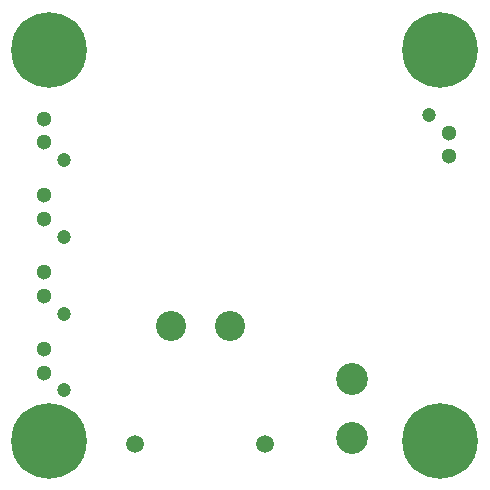
<source format=gbr>
%TF.GenerationSoftware,KiCad,Pcbnew,8.0.2*%
%TF.CreationDate,2024-05-06T11:08:47+09:00*%
%TF.ProjectId,5V-3A-BEC,35562d33-412d-4424-9543-2e6b69636164,0.1*%
%TF.SameCoordinates,Original*%
%TF.FileFunction,Soldermask,Bot*%
%TF.FilePolarity,Negative*%
%FSLAX46Y46*%
G04 Gerber Fmt 4.6, Leading zero omitted, Abs format (unit mm)*
G04 Created by KiCad (PCBNEW 8.0.2) date 2024-05-06 11:08:47*
%MOMM*%
%LPD*%
G01*
G04 APERTURE LIST*
%ADD10C,1.200000*%
%ADD11C,1.300000*%
%ADD12C,0.800000*%
%ADD13C,6.400000*%
%ADD14C,2.550000*%
%ADD15C,1.500000*%
%ADD16C,2.700000*%
G04 APERTURE END LIST*
D10*
%TO.C,J1*%
X133000000Y-112000000D03*
D11*
X134700000Y-113500000D03*
X134700000Y-115500000D03*
%TD*%
D10*
%TO.C,J6*%
X102100000Y-128800000D03*
D11*
X100400000Y-127300000D03*
X100400000Y-125300000D03*
%TD*%
D12*
%TO.C,H4*%
X131600000Y-106450001D03*
X132302944Y-104752945D03*
X132302944Y-108147057D03*
X134000000Y-104050001D03*
D13*
X134000000Y-106450001D03*
D12*
X134000000Y-108850001D03*
X135697056Y-104752945D03*
X135697056Y-108147057D03*
X136400000Y-106450001D03*
%TD*%
D10*
%TO.C,J5*%
X102100000Y-122300000D03*
D11*
X100400000Y-120800000D03*
X100400000Y-118800000D03*
%TD*%
D12*
%TO.C,H1*%
X98500000Y-106450001D03*
X99202944Y-104752945D03*
X99202944Y-108147057D03*
X100900000Y-104050001D03*
D13*
X100900000Y-106450001D03*
D12*
X100900000Y-108850001D03*
X102597056Y-104752945D03*
X102597056Y-108147057D03*
X103300000Y-106450001D03*
%TD*%
D10*
%TO.C,J7*%
X102100000Y-135300000D03*
D11*
X100400000Y-133800000D03*
X100400000Y-131800000D03*
%TD*%
D14*
%TO.C,J2*%
X116150000Y-129850000D03*
X111150000Y-129850000D03*
D15*
X108150000Y-139850000D03*
X119150000Y-139850000D03*
%TD*%
D12*
%TO.C,H2*%
X98500000Y-139550001D03*
X99202944Y-137852945D03*
X99202944Y-141247057D03*
X100900000Y-137150001D03*
D13*
X100900000Y-139550001D03*
D12*
X100900000Y-141950001D03*
X102597056Y-137852945D03*
X102597056Y-141247057D03*
X103300000Y-139550001D03*
%TD*%
D16*
%TO.C,J3*%
X126500000Y-139300000D03*
X126500000Y-134300000D03*
%TD*%
D10*
%TO.C,J4*%
X102100000Y-115800000D03*
D11*
X100400000Y-114300000D03*
X100400000Y-112300000D03*
%TD*%
D12*
%TO.C,H3*%
X131600000Y-139550001D03*
X132302944Y-137852945D03*
X132302944Y-141247057D03*
X134000000Y-137150001D03*
D13*
X134000000Y-139550001D03*
D12*
X134000000Y-141950001D03*
X135697056Y-137852945D03*
X135697056Y-141247057D03*
X136400000Y-139550001D03*
%TD*%
M02*

</source>
